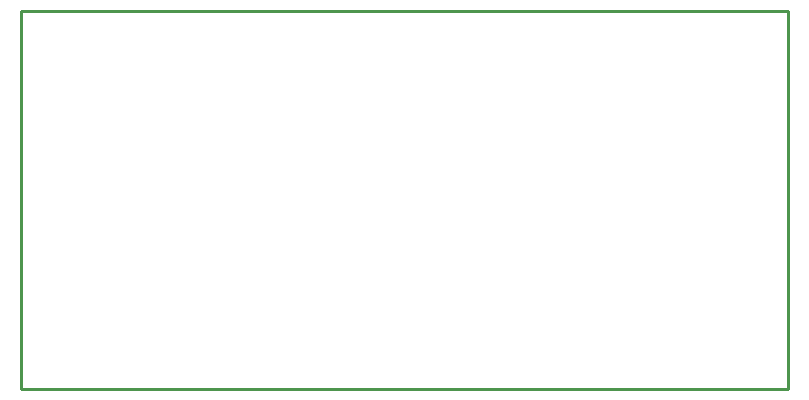
<source format=gbr>
G04 EAGLE Gerber RS-274X export*
G75*
%MOMM*%
%FSLAX34Y34*%
%LPD*%
%IN*%
%IPPOS*%
%AMOC8*
5,1,8,0,0,1.08239X$1,22.5*%
G01*
G04 Define Apertures*
%ADD10C,0.254000*%
D10*
X0Y0D02*
X650000Y0D01*
X650000Y320000D01*
X0Y320000D01*
X0Y0D01*
M02*

</source>
